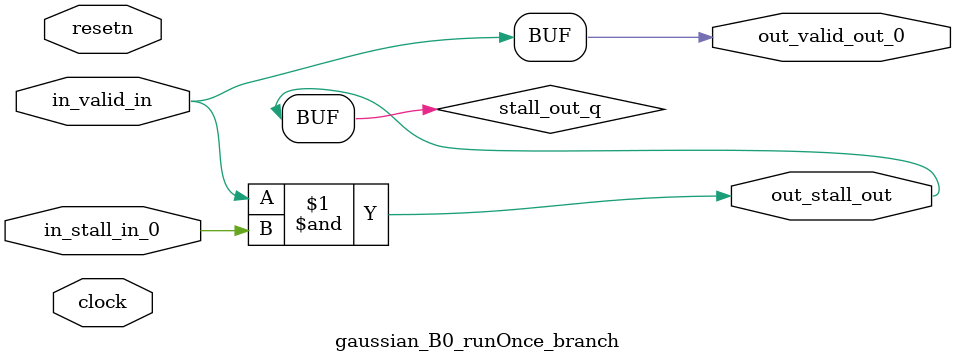
<source format=sv>



(* altera_attribute = "-name AUTO_SHIFT_REGISTER_RECOGNITION OFF; -name MESSAGE_DISABLE 10036; -name MESSAGE_DISABLE 10037; -name MESSAGE_DISABLE 14130; -name MESSAGE_DISABLE 14320; -name MESSAGE_DISABLE 15400; -name MESSAGE_DISABLE 14130; -name MESSAGE_DISABLE 10036; -name MESSAGE_DISABLE 12020; -name MESSAGE_DISABLE 12030; -name MESSAGE_DISABLE 12010; -name MESSAGE_DISABLE 12110; -name MESSAGE_DISABLE 14320; -name MESSAGE_DISABLE 13410; -name MESSAGE_DISABLE 113007; -name MESSAGE_DISABLE 10958" *)
module gaussian_B0_runOnce_branch (
    input wire [0:0] in_stall_in_0,
    input wire [0:0] in_valid_in,
    output wire [0:0] out_stall_out,
    output wire [0:0] out_valid_out_0,
    input wire clock,
    input wire resetn
    );

    wire [0:0] stall_out_q;
    reg [0:0] rst_sync_rst_sclrn;


    // stall_out(LOGICAL,6)
    assign stall_out_q = in_valid_in & in_stall_in_0;

    // out_stall_out(GPOUT,4)
    assign out_stall_out = stall_out_q;

    // out_valid_out_0(GPOUT,5)
    assign out_valid_out_0 = in_valid_in;

    // rst_sync(RESETSYNC,7)
    acl_reset_handler #(
        .ASYNC_RESET(0),
        .USE_SYNCHRONIZER(1),
        .PULSE_EXTENSION(0),
        .PIPE_DEPTH(3),
        .DUPLICATE(1)
    ) therst_sync (
        .clk(clock),
        .i_resetn(resetn),
        .o_sclrn(rst_sync_rst_sclrn)
    );

endmodule

</source>
